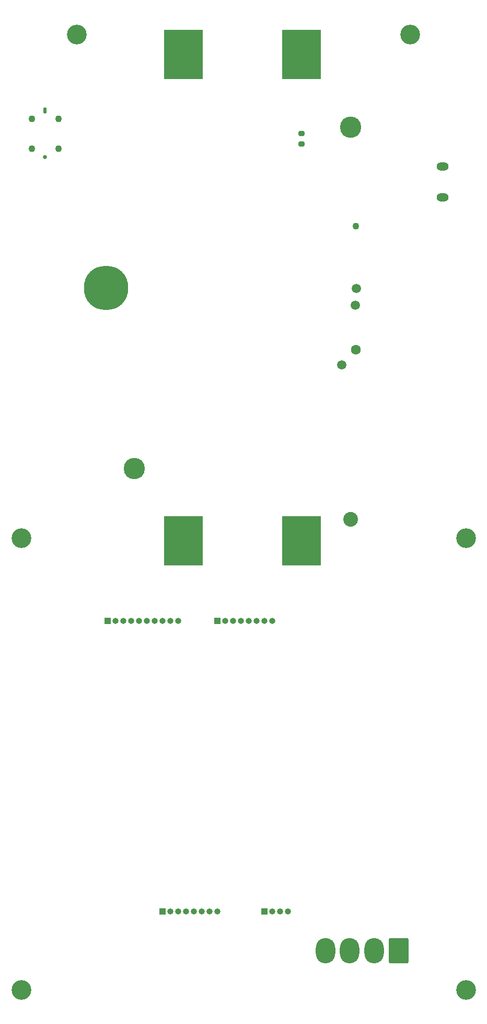
<source format=gbr>
%TF.GenerationSoftware,KiCad,Pcbnew,7.0.10*%
%TF.CreationDate,2024-03-08T14:55:51+08:00*%
%TF.ProjectId,solar_board,736f6c61-725f-4626-9f61-72642e6b6963,rev?*%
%TF.SameCoordinates,Original*%
%TF.FileFunction,Soldermask,Bot*%
%TF.FilePolarity,Negative*%
%FSLAX46Y46*%
G04 Gerber Fmt 4.6, Leading zero omitted, Abs format (unit mm)*
G04 Created by KiCad (PCBNEW 7.0.10) date 2024-03-08 14:55:51*
%MOMM*%
%LPD*%
G01*
G04 APERTURE LIST*
G04 Aperture macros list*
%AMRoundRect*
0 Rectangle with rounded corners*
0 $1 Rounding radius*
0 $2 $3 $4 $5 $6 $7 $8 $9 X,Y pos of 4 corners*
0 Add a 4 corners polygon primitive as box body*
4,1,4,$2,$3,$4,$5,$6,$7,$8,$9,$2,$3,0*
0 Add four circle primitives for the rounded corners*
1,1,$1+$1,$2,$3*
1,1,$1+$1,$4,$5*
1,1,$1+$1,$6,$7*
1,1,$1+$1,$8,$9*
0 Add four rect primitives between the rounded corners*
20,1,$1+$1,$2,$3,$4,$5,0*
20,1,$1+$1,$4,$5,$6,$7,0*
20,1,$1+$1,$6,$7,$8,$9,0*
20,1,$1+$1,$8,$9,$2,$3,0*%
G04 Aperture macros list end*
%ADD10C,1.100000*%
%ADD11C,1.600000*%
%ADD12C,7.204000*%
%ADD13R,1.000000X1.000000*%
%ADD14O,1.000000X1.000000*%
%ADD15C,3.200000*%
%ADD16RoundRect,0.250000X1.330000X1.800000X-1.330000X1.800000X-1.330000X-1.800000X1.330000X-1.800000X0*%
%ADD17O,3.160000X4.100000*%
%ADD18C,0.660000*%
%ADD19O,0.580000X1.000000*%
%ADD20RoundRect,0.600000X0.200000X0.000000X0.200000X0.000000X-0.200000X0.000000X-0.200000X0.000000X0*%
%ADD21RoundRect,0.700000X0.250000X0.000000X0.250000X0.000000X-0.250000X0.000000X-0.250000X0.000000X0*%
%ADD22C,1.500000*%
%ADD23C,3.450000*%
%ADD24C,2.390000*%
%ADD25R,6.350000X8.000000*%
%ADD26RoundRect,0.200000X-0.275000X0.200000X-0.275000X-0.200000X0.275000X-0.200000X0.275000X0.200000X0*%
G04 APERTURE END LIST*
D10*
%TO.C,U1*%
X122949000Y-55813001D03*
D11*
X122949000Y-75813001D03*
D12*
X82489000Y-65832001D03*
%TD*%
D13*
%TO.C,J7*%
X82750000Y-119650001D03*
D14*
X84020000Y-119650001D03*
X85290000Y-119650001D03*
X86560000Y-119650001D03*
X87830000Y-119650001D03*
X89100000Y-119650001D03*
X90370000Y-119650001D03*
X91640000Y-119650001D03*
X92910000Y-119650001D03*
X94180000Y-119650001D03*
%TD*%
D15*
%TO.C,@HOLE9*%
X68780032Y-106339832D03*
%TD*%
%TO.C,@HOLE6*%
X140780032Y-106339832D03*
%TD*%
%TO.C,@HOLE5*%
X140780032Y-179339832D03*
%TD*%
D13*
%TO.C,J9*%
X108150000Y-166640001D03*
D14*
X109420000Y-166640001D03*
X110690000Y-166640001D03*
X111960000Y-166640001D03*
%TD*%
D13*
%TO.C,J1*%
X91640000Y-166640001D03*
D14*
X92910000Y-166640001D03*
X94180000Y-166640001D03*
X95450000Y-166640001D03*
X96720000Y-166640001D03*
X97990000Y-166640001D03*
X99260000Y-166640001D03*
X100530000Y-166640001D03*
%TD*%
D16*
%TO.C,J4*%
X129890000Y-172990001D03*
D17*
X125930000Y-172990001D03*
X121970000Y-172990001D03*
X118010000Y-172990001D03*
%TD*%
D15*
%TO.C,@HOLE8*%
X77780032Y-24839832D03*
%TD*%
%TO.C,@HOLE4*%
X68780032Y-179339832D03*
%TD*%
%TO.C,@HOLE7*%
X131780032Y-24839832D03*
%TD*%
D18*
%TO.C,J2*%
X72590000Y-44660001D03*
D19*
X72590000Y-37160001D03*
D10*
X70440000Y-43310001D03*
X74740000Y-43310001D03*
X70440000Y-38510001D03*
X74740000Y-38510001D03*
%TD*%
D13*
%TO.C,J8*%
X100530000Y-119650001D03*
D14*
X101800000Y-119650001D03*
X103070000Y-119650001D03*
X104340000Y-119650001D03*
X105610000Y-119650001D03*
X106880000Y-119650001D03*
X108150000Y-119650001D03*
X109420000Y-119650001D03*
%TD*%
D20*
%TO.C,U11*%
X137021000Y-51157001D03*
X137021000Y-46157001D03*
D21*
X137021000Y-51157001D03*
X137021000Y-46157001D03*
%TD*%
D22*
%TO.C,TP10*%
X120660000Y-78250001D03*
%TD*%
D23*
%TO.C,U10*%
X122069000Y-39847001D03*
X87059000Y-95047001D03*
D24*
X122069000Y-103267001D03*
D25*
X114119000Y-106777001D03*
X114119000Y-28117001D03*
X95009000Y-28117001D03*
X95009000Y-106777001D03*
%TD*%
D22*
%TO.C,TP3*%
X123009000Y-65929001D03*
%TD*%
%TO.C,TP4*%
X122882000Y-68596001D03*
%TD*%
D26*
%TO.C,TH1*%
X114110000Y-40905001D03*
X114110000Y-42555001D03*
%TD*%
M02*

</source>
